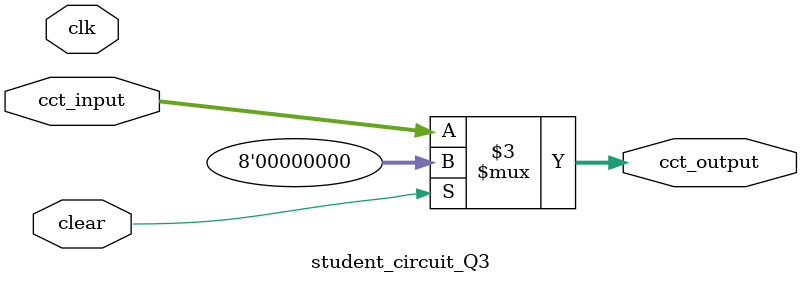
<source format=sv>
module student_circuit_Q3 (
	input wire        clk,
	input wire        clear,
	input wire  [7:0] cct_input,
	output reg  [7:0] cct_output
);


always @ *
	if (clear)
		cct_output  = 8'H0;
	else
		cct_output  = cct_input;

endmodule

</source>
